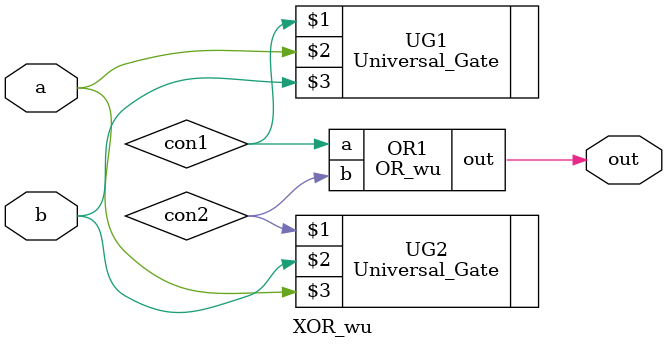
<source format=v>
`timescale 1ns/1ps

module DAE_FPGA(rs, rt, sel, seg, AN);
    input [4-1:0] rs, rt;
    input [3-1:0] sel;
    output [6:0] seg;
    output [3:0] AN;
    wire [4-1:0] rd;
    wire [16-1:0] rd_onehot;

    buf L0(AN[0], 1'b0);
    buf L1(AN[1], 1'b1);
    buf L2(AN[2], 1'b1);
    buf L3(AN[3], 1'b1);

    Decode_And_Execute DAE(rs, rt, sel, rd);
    Decoder_4bit DC1(rd_onehot, rd);
    sevenSegs SS1(seg, rd_onehot);
endmodule

module Decoder_4bit(out, in);
    input [3:0] in;
    output [15:0] out;
    wire [3:0] not_in;
    not N1[3:0] (not_in, in);
    and A1 (out[0], not_in[3], not_in[2], not_in[1], not_in[0]);
    and A2 (out[1], not_in[3], not_in[2], not_in[1], in[0]);
    and A3 (out[2], not_in[3], not_in[2], in[1], not_in[0]);
    and A4 (out[3], not_in[3], not_in[2], in[1], in[0]);
    and A5 (out[4], not_in[3], in[2], not_in[1], not_in[0]);
    and A6 (out[5], not_in[3], in[2], not_in[1], in[0]);
    and A7 (out[6], not_in[3], in[2], in[1], not_in[0]);
    and A8 (out[7], not_in[3], in[2], in[1], in[0]);
    and A9 (out[8], in[3], not_in[2], not_in[1], not_in[0]);
    and A10 (out[9], in[3], not_in[2], not_in[1], in[0]);
    and A11 (out[10], in[3], not_in[2], in[1], not_in[0]);
    and A12 (out[11], in[3], not_in[2], in[1], in[0]);
    and A13 (out[12], in[3], in[2], not_in[1], not_in[0]);
    and A14 (out[13], in[3], in[2], not_in[1], in[0]);
    and A15 (out[14], in[3], in[2], in[1], not_in[0]);
    and A16 (out[15], in[3], in[2], in[1], in[0]);
endmodule

module sevenSegs(out, in);
    input [15:0] in;
    output [6:0] out;
    nor O1 (out[0], in[0], in[2], in[3], in[5], in[6], in[7], in[8], in[9], in[10], in[12], in[14], in[15]);
    nor O2 (out[1], in[0], in[1], in[2], in[3], in[4], in[7], in[8], in[9], in[10], in[13]);
    nor O3 (out[2], in[0], in[1], in[3], in[4], in[5], in[6], in[7], in[8], in[9], in[10], in[11], in[13]);
    nor O4 (out[3], in[0], in[2], in[3], in[5], in[6], in[8], in[9], in[11], in[12], in[13], in[14]);
    nor O5 (out[4], in[0], in[2], in[6], in[8], in[10], in[11], in[12], in[13], in[14], in[15]);
    nor O6 (out[5], in[0], in[4], in[5], in[6], in[8], in[9], in[10], in[11], in[12], in[14], in[15]);
    nor O7 (out[6], in[2], in[3], in[4], in[5], in[6], in[8], in[9], in[10], in[11], in[13], in[14], in[15]);
endmodule

module Decode_And_Execute(rs, rt, sel, rd);
    input [4-1:0] rs, rt;
    input [3-1:0] sel;
    output [4-1:0] rd;

    wire [4-1:0] con0, con1, con2, con3, con4, con5, con6, con7;
    wire no_use0, no_use1;

    RCA_4bit_Minus RCAM1(rs, rt, 1'b1, no_use0, con0);
    RCA_4bit RCA1(rs, rt, 1'b0, no_use1, con1);
    OR_wu OR0(con2[0], rs[0], rt[0]);
    OR_wu OR1(con2[1], rs[1], rt[1]);
    OR_wu OR2(con2[2], rs[2], rt[2]);
    OR_wu OR3(con2[3], rs[3], rt[3]);
    AND_wu AND0(con3[0], rs[0], rt[0]);
    AND_wu AND1(con3[1], rs[1], rt[1]);
    AND_wu AND2(con3[2], rs[2], rt[2]);
    AND_wu AND3(con3[3], rs[3], rt[3]);
    Right_Shift_4bit RS1(rt, con4);
    Left_Shift_4bit LS1(rs, con5);
    Compare compare1(rs, rt, con6[0], con7[0]);

    BUF_wu BUF1(con6[1], 1'b1);
    BUF_wu BUF2(con6[2], 1'b0);
    BUF_wu BUF3(con6[3], 1'b1);
    BUF_wu BUF4(con7[1], 1'b1);
    BUF_wu BUF5(con7[2], 1'b1);
    BUF_wu BUF6(con7[3], 1'b1);

    MUX_8x1_4bit MUX8_1(con0, con1, con2, con3, con4, con5, con6, con7, sel, rd);
endmodule

module MUX_8x1_4bit (a0, a1, a2, a3, a4, a5, a6, a7, sel, out);
    input [4-1:0] a0, a1, a2, a3, a4, a5, a6, a7;
    input [3-1:0] sel;
    output [4-1:0] out;

    MUX_8x1_1bit MUX0(a0[0], a1[0], a2[0], a3[0], a4[0], a5[0], a6[0], a7[0], sel, out[0]);
    MUX_8x1_1bit MUX1(a0[1], a1[1], a2[1], a3[1], a4[1], a5[1], a6[1], a7[1], sel, out[1]);
    MUX_8x1_1bit MUX2(a0[2], a1[2], a2[2], a3[2], a4[2], a5[2], a6[2], a7[2], sel, out[2]);
    MUX_8x1_1bit MUX3(a0[3], a1[3], a2[3], a3[3], a4[3], a5[3], a6[3], a7[3], sel, out[3]);
endmodule

module MUX_8x1_1bit(a0, a1, a2, a3, a4, a5, a6, a7, sel, out);
    input a0, a1, a2, a3, a4, a5, a6, a7;
    input [3-1:0] sel;
    output out;

    wire con0, con1, con2, con3, con4, con5, con6, con7;
    wire [3-1:0] n_sel;

    NOT_wu NOT1(n_sel[0], sel[0]);
    NOT_wu NOT2(n_sel[1], sel[1]);
    NOT_wu NOT3(n_sel[2], sel[2]);

    AND4_wu AND4_0(con0, a0, n_sel[0], n_sel[1], n_sel[2]);
    AND4_wu AND4_1(con1, a1, sel[0], n_sel[1], n_sel[2]);
    AND4_wu AND4_2(con2, a2, n_sel[0], sel[1], n_sel[2]);
    AND4_wu AND4_3(con3, a3, sel[0], sel[1], n_sel[2]);
    AND4_wu AND4_4(con4, a4, n_sel[0], n_sel[1], sel[2]);
    AND4_wu AND4_5(con5, a5, sel[0], n_sel[1], sel[2]);
    AND4_wu AND4_6(con6, a6, n_sel[0], sel[1], sel[2]);
    AND4_wu AND4_7(con7, a7, sel[0], sel[1], sel[2]);

    OR8_wu OR8_1(out, con0, con1, con2, con3, con4, con5, con6, con7);
endmodule

module Compare(a, b, AltB, AeqB);
    input [4-1:0] a, b;
    output AltB, AeqB;

    wire [4-1:0] n_a, n_b;
    wire con01, con02, con03;
    wire con11, con12, con13;
    wire con21, con22, con23;
    wire con31, con32, con33;
    wire con41, con42, con43;

    NOT_wu NOT0(n_a[0], a[0]);
    NOT_wu NOT1(n_a[1], a[1]);
    NOT_wu NOT2(n_a[2], a[2]);
    NOT_wu NOT3(n_a[3], a[3]);
    NOT_wu NOT4(n_b[0], b[0]);
    NOT_wu NOT5(n_b[1], b[1]);
    NOT_wu NOT6(n_b[2], b[2]);
    NOT_wu NOT7(n_b[3], b[3]);

    AND_wu AND01(con01, n_a[0], b[0]);
    AND_wu AND02(con02, a[0], n_b[0]);
    NOR_wu NOR03(con03, con01, con02);
    
    AND_wu AND11(con11, n_a[1], b[1]);
    AND_wu AND12(con12, a[1], n_b[1]);
    NOR_wu NOR13(con13, con11, con12);

    AND_wu AND21(con21, n_a[2], b[2]);
    AND_wu AND22(con22, a[2], n_b[2]);
    NOR_wu NOR23(con23, con21, con22);

    AND_wu AND31(con31, n_a[3], b[3]);
    AND_wu AND32(con32, a[3], n_b[3]);
    NOR_wu NOR33(con33, con31, con32);

    AND_wu AND41(con41, con33, con21);
    AND3_wu AND42(con42, con33, con23, con11);
    AND4_wu AND43(con43, con33, con23, con13, con01);

    OR4_wu OR99(AltB, con31, con41, con42, con43);
    AND4_wu AND99(AeqB, con33, con23, con13, con03);
endmodule

module Right_Shift_4bit (a, out);
    input [4-1:0] a;
    output [4-1:0] out;

    BUF_wu BUF0(out[3], a[3]);
    BUF_wu BUF1(out[0], a[1]);
    BUF_wu BUF2(out[1], a[2]);
    BUF_wu BUF3(out[2], a[3]);
endmodule

module Left_Shift_4bit (a, out);
    input [4-1:0] a;
    output [4-1:0] out;

    BUF_wu BUF0(out[1], a[0]);
    BUF_wu BUF1(out[2], a[1]);
    BUF_wu BUF2(out[3], a[2]);
    BUF_wu BUF3(out[0], a[3]);
endmodule

module RCA_4bit_Minus (a, b, cin, cout, sum);
    input [4-1:0] a, b;
    input cin;
    output cout;
    output [4-1:0] sum;
    
    wire [4-1:0] b_;

    NOT_wu NOT0(b_[0], b[0]);
    NOT_wu NOT1(b_[1], b[1]);
    NOT_wu NOT2(b_[2], b[2]);
    NOT_wu NOT3(b_[3], b[3]);
    RCA_4bit RCA1(a, b_, 1, cout, sum);
endmodule

module RCA_4bit (a, b, cin, cout, sum);
    input [4-1:0] a, b;
    input cin;
    output cout;
    output [4-1:0] sum;
    
    wire c1, c2, c3;

    Full_Adder FA0(a[0], b[0], cin, c1, sum[0]);
    Full_Adder FA1(a[1], b[1], c1, c2, sum[1]);
    Full_Adder FA2(a[2], b[2], c2, c3, sum[2]);
    Full_Adder FA3(a[3], b[3], c3, cout, sum[3]);
endmodule

module Full_Adder (a, b, cin, cout, sum);
    input a, b, cin;
    output cout, sum;

    wire con1;

    XOR_wu XOR1 (con1, a, b);
    XOR_wu XOR2 (sum, cin, con1);
    Majority MJ1 (a, b, cin, cout);
endmodule

module Majority(a, b, c, out);
    input a, b, c;
    output out;

    wire con1, con2, con3, con4;

    AND_wu AND1 (con1, a, b);
    AND_wu AND2 (con2, a, c);
    OR_wu OR1 (con3, con1, con2);
    AND_wu AND4 (con4, b, c);
    OR_wu OR2 (out, con3, con4);
endmodule

// -----

module BUF_wu (out, a);
    input a;
    output out;
    Universal_Gate UG1(out, a, 0);
endmodule

module NOT_wu (out, a);
    input a;
    output out;
    Universal_Gate UG1(out, 1, a);
endmodule

module AND_wu (out, a, b);
    input a, b;
    output out;
    wire n_b;
    NOT_wu NOT1(n_b, b);
    Universal_Gate UG1(out, a, n_b);
endmodule

module AND3_wu (out, a, b, c);
    input a, b, c;
    output out;
    wire con1;
    AND_wu AND1(con1, a, b);
    AND_wu AND2(out, c, con1);
endmodule

module AND4_wu (out, a, b, c, d);
    input a, b, c, d;
    output out;
    wire con1, con2;
    AND_wu AND1(con1, a, b);
    AND_wu AND2(con2, c, d);
    AND_wu AND3(out, con1, con2);
endmodule

module OR_wu (out, a, b);
    input a, b;
    output out;
    wire n_a, n_out;
    NOT_wu NOT1(n_a, a);
    Universal_Gate UG1(n_out, n_a, b);
    NOT_wu NOT2(out, n_out);
endmodule

module OR4_wu (out, a, b, c, d);
    input a, b, c, d;
    output out;
    wire con1, con2;
    OR_wu OR1(con1, a, b);
    OR_wu OR2(con2, c, d);
    OR_wu OR3(out, con1, con2);
endmodule

module OR8_wu (out, a, b, c, d, e, f, g, h);
    input a, b, c, d, e, f, g, h;
    output out;
    wire con1, con2;
    OR4_wu OR1(con1, a, b, c, d);
    OR4_wu OR2(con2, e, f, g, h);
    OR_wu OR3(out, con1, con2);
endmodule

module NOR_wu (out, a, b);
    input a, b;
    output out;
    wire con1;
    OR_wu OR1(con1, a, b);
    NOT_wu NOT1(out, con1);
endmodule

module XOR_wu (out, a, b);
    input a, b;
    output out;
    wire con1, con2;
    Universal_Gate UG1(con1, a, b);
    Universal_Gate UG2(con2, b, a);
    OR_wu OR1(out, con1, con2);
endmodule
</source>
